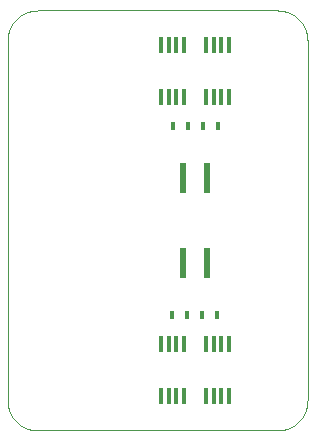
<source format=gtp>
G04 EAGLE Gerber X2 export*
%TF.Part,Single*%
%TF.FileFunction,Other,Solder paste top*%
%TF.FilePolarity,Positive*%
%TF.GenerationSoftware,Autodesk,EAGLE,9.0.0*%
%TF.CreationDate,2018-05-03T06:09:00Z*%
G75*
%MOMM*%
%FSLAX35Y35*%
%LPD*%
%AMOC8*
5,1,8,0,0,1.08239X$1,22.5*%
G01*
%ADD10C,0.000000*%
%ADD11R,0.450000X1.450000*%
%ADD12R,0.400000X0.700000*%
%ADD13R,0.580000X2.500000*%


D10*
X349250Y3651250D02*
X2381250Y3651250D01*
X2635250Y3397250D02*
X2635250Y349250D01*
X2381250Y95250D02*
X349250Y95250D01*
X95250Y349250D02*
X95250Y3397250D01*
X95324Y3403388D01*
X95547Y3409522D01*
X95917Y3415648D01*
X96436Y3421765D01*
X97102Y3427866D01*
X97915Y3433950D01*
X98876Y3440013D01*
X99982Y3446050D01*
X101234Y3452059D01*
X102631Y3458036D01*
X104172Y3463978D01*
X105856Y3469880D01*
X107682Y3475740D01*
X109649Y3481555D01*
X111756Y3487320D01*
X114002Y3493032D01*
X116385Y3498689D01*
X118904Y3504286D01*
X121558Y3509821D01*
X124344Y3515290D01*
X127262Y3520690D01*
X130310Y3526018D01*
X133485Y3531271D01*
X136787Y3536445D01*
X140212Y3541538D01*
X143760Y3546547D01*
X147427Y3551469D01*
X151213Y3556301D01*
X155114Y3561040D01*
X159128Y3565683D01*
X163254Y3570228D01*
X167488Y3574672D01*
X171828Y3579012D01*
X176272Y3583246D01*
X180817Y3587372D01*
X185460Y3591386D01*
X190199Y3595287D01*
X195031Y3599073D01*
X199953Y3602740D01*
X204962Y3606288D01*
X210055Y3609713D01*
X215229Y3613015D01*
X220482Y3616190D01*
X225810Y3619238D01*
X231210Y3622156D01*
X236679Y3624942D01*
X242214Y3627596D01*
X247811Y3630115D01*
X253468Y3632498D01*
X259180Y3634744D01*
X264945Y3636851D01*
X270760Y3638818D01*
X276620Y3640644D01*
X282522Y3642328D01*
X288464Y3643869D01*
X294441Y3645266D01*
X300450Y3646518D01*
X306487Y3647624D01*
X312550Y3648585D01*
X318634Y3649398D01*
X324735Y3650064D01*
X330852Y3650583D01*
X336978Y3650953D01*
X343112Y3651176D01*
X349250Y3651250D01*
X2381250Y3651250D02*
X2387388Y3651176D01*
X2393522Y3650953D01*
X2399648Y3650583D01*
X2405765Y3650064D01*
X2411866Y3649398D01*
X2417950Y3648585D01*
X2424013Y3647624D01*
X2430050Y3646518D01*
X2436059Y3645266D01*
X2442036Y3643869D01*
X2447978Y3642328D01*
X2453880Y3640644D01*
X2459740Y3638818D01*
X2465555Y3636851D01*
X2471320Y3634744D01*
X2477032Y3632498D01*
X2482689Y3630115D01*
X2488286Y3627596D01*
X2493821Y3624942D01*
X2499290Y3622156D01*
X2504690Y3619238D01*
X2510018Y3616190D01*
X2515271Y3613015D01*
X2520445Y3609713D01*
X2525538Y3606288D01*
X2530547Y3602740D01*
X2535469Y3599073D01*
X2540301Y3595287D01*
X2545040Y3591386D01*
X2549683Y3587372D01*
X2554228Y3583246D01*
X2558672Y3579012D01*
X2563012Y3574672D01*
X2567246Y3570228D01*
X2571372Y3565683D01*
X2575386Y3561040D01*
X2579287Y3556301D01*
X2583073Y3551469D01*
X2586740Y3546547D01*
X2590288Y3541538D01*
X2593713Y3536445D01*
X2597015Y3531271D01*
X2600190Y3526018D01*
X2603238Y3520690D01*
X2606156Y3515290D01*
X2608942Y3509821D01*
X2611596Y3504286D01*
X2614115Y3498689D01*
X2616498Y3493032D01*
X2618744Y3487320D01*
X2620851Y3481555D01*
X2622818Y3475740D01*
X2624644Y3469880D01*
X2626328Y3463978D01*
X2627869Y3458036D01*
X2629266Y3452059D01*
X2630518Y3446050D01*
X2631624Y3440013D01*
X2632585Y3433950D01*
X2633398Y3427866D01*
X2634064Y3421765D01*
X2634583Y3415648D01*
X2634953Y3409522D01*
X2635176Y3403388D01*
X2635250Y3397250D01*
X95250Y349250D02*
X95324Y343112D01*
X95547Y336978D01*
X95917Y330852D01*
X96436Y324735D01*
X97102Y318634D01*
X97915Y312550D01*
X98876Y306487D01*
X99982Y300450D01*
X101234Y294441D01*
X102631Y288464D01*
X104172Y282522D01*
X105856Y276620D01*
X107682Y270760D01*
X109649Y264945D01*
X111756Y259180D01*
X114002Y253468D01*
X116385Y247811D01*
X118904Y242214D01*
X121558Y236679D01*
X124344Y231210D01*
X127262Y225810D01*
X130310Y220482D01*
X133485Y215229D01*
X136787Y210055D01*
X140212Y204962D01*
X143760Y199953D01*
X147427Y195031D01*
X151213Y190199D01*
X155114Y185460D01*
X159128Y180817D01*
X163254Y176272D01*
X167488Y171828D01*
X171828Y167488D01*
X176272Y163254D01*
X180817Y159128D01*
X185460Y155114D01*
X190199Y151213D01*
X195031Y147427D01*
X199953Y143760D01*
X204962Y140212D01*
X210055Y136787D01*
X215229Y133485D01*
X220482Y130310D01*
X225810Y127262D01*
X231210Y124344D01*
X236679Y121558D01*
X242214Y118904D01*
X247811Y116385D01*
X253468Y114002D01*
X259180Y111756D01*
X264945Y109649D01*
X270760Y107682D01*
X276620Y105856D01*
X282522Y104172D01*
X288464Y102631D01*
X294441Y101234D01*
X300450Y99982D01*
X306487Y98876D01*
X312550Y97915D01*
X318634Y97102D01*
X324735Y96436D01*
X330852Y95917D01*
X336978Y95547D01*
X343112Y95324D01*
X349250Y95250D01*
X2381250Y95250D02*
X2387388Y95324D01*
X2393522Y95547D01*
X2399648Y95917D01*
X2405765Y96436D01*
X2411866Y97102D01*
X2417950Y97915D01*
X2424013Y98876D01*
X2430050Y99982D01*
X2436059Y101234D01*
X2442036Y102631D01*
X2447978Y104172D01*
X2453880Y105856D01*
X2459740Y107682D01*
X2465555Y109649D01*
X2471320Y111756D01*
X2477032Y114002D01*
X2482689Y116385D01*
X2488286Y118904D01*
X2493821Y121558D01*
X2499290Y124344D01*
X2504690Y127262D01*
X2510018Y130310D01*
X2515271Y133485D01*
X2520445Y136787D01*
X2525538Y140212D01*
X2530547Y143760D01*
X2535469Y147427D01*
X2540301Y151213D01*
X2545040Y155114D01*
X2549683Y159128D01*
X2554228Y163254D01*
X2558672Y167488D01*
X2563012Y171828D01*
X2567246Y176272D01*
X2571372Y180817D01*
X2575386Y185460D01*
X2579287Y190199D01*
X2583073Y195031D01*
X2586740Y199953D01*
X2590288Y204962D01*
X2593713Y210055D01*
X2597015Y215229D01*
X2600190Y220482D01*
X2603238Y225810D01*
X2606156Y231210D01*
X2608942Y236679D01*
X2611596Y242214D01*
X2614115Y247811D01*
X2616498Y253468D01*
X2618744Y259180D01*
X2620851Y264945D01*
X2622818Y270760D01*
X2624644Y276620D01*
X2626328Y282522D01*
X2627869Y288464D01*
X2629266Y294441D01*
X2630518Y300450D01*
X2631624Y306487D01*
X2632585Y312550D01*
X2633398Y318634D01*
X2634064Y324735D01*
X2634583Y330852D01*
X2634953Y336978D01*
X2635176Y343112D01*
X2635250Y349250D01*
D11*
X1589250Y826250D03*
X1524250Y826250D03*
X1459250Y826250D03*
X1394250Y826250D03*
X1589250Y386250D03*
X1524250Y386250D03*
X1459250Y386250D03*
X1394250Y386250D03*
X1776250Y2920250D03*
X1841250Y2920250D03*
X1906250Y2920250D03*
X1971250Y2920250D03*
X1776250Y3360250D03*
X1841250Y3360250D03*
X1906250Y3360250D03*
X1971250Y3360250D03*
X1395250Y2920250D03*
X1460250Y2920250D03*
X1525250Y2920250D03*
X1590250Y2920250D03*
X1395250Y3360250D03*
X1460250Y3360250D03*
X1525250Y3360250D03*
X1590250Y3360250D03*
X1970250Y826250D03*
X1905250Y826250D03*
X1840250Y826250D03*
X1775250Y826250D03*
X1970250Y386250D03*
X1905250Y386250D03*
X1840250Y386250D03*
X1775250Y386250D03*
D12*
X1873750Y2676250D03*
X1746750Y2676250D03*
X1619750Y2676250D03*
X1492750Y2676250D03*
D13*
X1782750Y2231250D03*
X1582750Y2231250D03*
D12*
X1491750Y1070250D03*
X1618750Y1070250D03*
X1745750Y1070250D03*
X1872750Y1070250D03*
D13*
X1582750Y1515250D03*
X1782750Y1515250D03*
M02*

</source>
